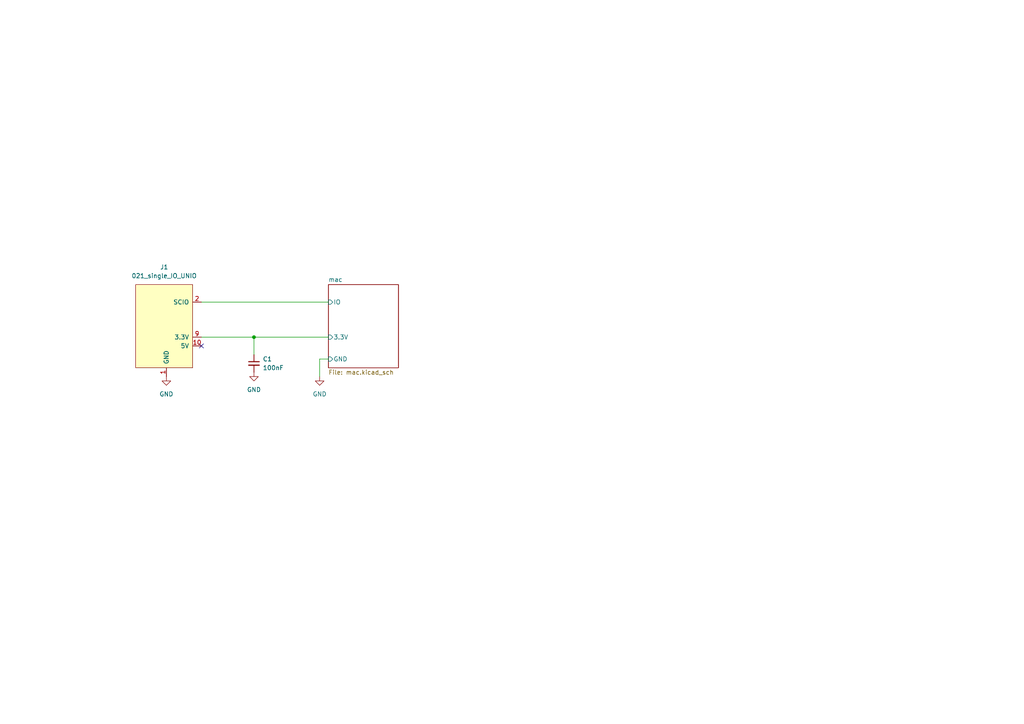
<source format=kicad_sch>
(kicad_sch (version 20211123) (generator eeschema)

  (uuid 4dc6088c-89a5-4db7-b3ae-db4b6396ad49)

  (paper "A4")

  (lib_symbols
    (symbol "Device:C_Small" (pin_numbers hide) (pin_names (offset 0.254) hide) (in_bom yes) (on_board yes)
      (property "Reference" "C" (id 0) (at 0.254 1.778 0)
        (effects (font (size 1.27 1.27)) (justify left))
      )
      (property "Value" "C_Small" (id 1) (at 0.254 -2.032 0)
        (effects (font (size 1.27 1.27)) (justify left))
      )
      (property "Footprint" "" (id 2) (at 0 0 0)
        (effects (font (size 1.27 1.27)) hide)
      )
      (property "Datasheet" "~" (id 3) (at 0 0 0)
        (effects (font (size 1.27 1.27)) hide)
      )
      (property "ki_keywords" "capacitor cap" (id 4) (at 0 0 0)
        (effects (font (size 1.27 1.27)) hide)
      )
      (property "ki_description" "Unpolarized capacitor, small symbol" (id 5) (at 0 0 0)
        (effects (font (size 1.27 1.27)) hide)
      )
      (property "ki_fp_filters" "C_*" (id 6) (at 0 0 0)
        (effects (font (size 1.27 1.27)) hide)
      )
      (symbol "C_Small_0_1"
        (polyline
          (pts
            (xy -1.524 -0.508)
            (xy 1.524 -0.508)
          )
          (stroke (width 0.3302) (type default) (color 0 0 0 0))
          (fill (type none))
        )
        (polyline
          (pts
            (xy -1.524 0.508)
            (xy 1.524 0.508)
          )
          (stroke (width 0.3048) (type default) (color 0 0 0 0))
          (fill (type none))
        )
      )
      (symbol "C_Small_1_1"
        (pin passive line (at 0 2.54 270) (length 2.032)
          (name "~" (effects (font (size 1.27 1.27))))
          (number "1" (effects (font (size 1.27 1.27))))
        )
        (pin passive line (at 0 -2.54 90) (length 2.032)
          (name "~" (effects (font (size 1.27 1.27))))
          (number "2" (effects (font (size 1.27 1.27))))
        )
      )
    )
    (symbol "power:GND" (power) (pin_names (offset 0)) (in_bom yes) (on_board yes)
      (property "Reference" "#PWR" (id 0) (at 0 -6.35 0)
        (effects (font (size 1.27 1.27)) hide)
      )
      (property "Value" "GND" (id 1) (at 0 -3.81 0)
        (effects (font (size 1.27 1.27)))
      )
      (property "Footprint" "" (id 2) (at 0 0 0)
        (effects (font (size 1.27 1.27)) hide)
      )
      (property "Datasheet" "" (id 3) (at 0 0 0)
        (effects (font (size 1.27 1.27)) hide)
      )
      (property "ki_keywords" "power-flag" (id 4) (at 0 0 0)
        (effects (font (size 1.27 1.27)) hide)
      )
      (property "ki_description" "Power symbol creates a global label with name \"GND\" , ground" (id 5) (at 0 0 0)
        (effects (font (size 1.27 1.27)) hide)
      )
      (symbol "GND_0_1"
        (polyline
          (pts
            (xy 0 0)
            (xy 0 -1.27)
            (xy 1.27 -1.27)
            (xy 0 -2.54)
            (xy -1.27 -1.27)
            (xy 0 -1.27)
          )
          (stroke (width 0) (type default) (color 0 0 0 0))
          (fill (type none))
        )
      )
      (symbol "GND_1_1"
        (pin power_in line (at 0 0 270) (length 0) hide
          (name "GND" (effects (font (size 1.27 1.27))))
          (number "1" (effects (font (size 1.27 1.27))))
        )
      )
    )
    (symbol "put_on_edge:021_single_IO_UNIO" (pin_names (offset 1.016)) (in_bom yes) (on_board yes)
      (property "Reference" "J" (id 0) (at -2.54 13.97 0)
        (effects (font (size 1.27 1.27)))
      )
      (property "Value" "021_single_IO_UNIO" (id 1) (at 8.89 13.97 0)
        (effects (font (size 1.27 1.27)))
      )
      (property "Footprint" "" (id 2) (at 7.62 16.51 0)
        (effects (font (size 1.27 1.27)) hide)
      )
      (property "Datasheet" "" (id 3) (at 7.62 16.51 0)
        (effects (font (size 1.27 1.27)) hide)
      )
      (symbol "021_single_IO_UNIO_0_1"
        (rectangle (start -8.89 12.7) (end 7.62 -11.43)
          (stroke (width 0) (type default) (color 0 0 0 0))
          (fill (type background))
        )
      )
      (symbol "021_single_IO_UNIO_1_1"
        (pin power_in line (at -1.27 -13.97 90) (length 2.54)
          (name "GND" (effects (font (size 1.27 1.27))))
          (number "1" (effects (font (size 1.27 1.27))))
        )
        (pin power_in line (at -11.43 -5.08 0) (length 2.54)
          (name "5V" (effects (font (size 1.27 1.27))))
          (number "10" (effects (font (size 1.27 1.27))))
        )
        (pin bidirectional line (at -11.43 7.62 0) (length 2.54)
          (name "SCIO" (effects (font (size 1.27 1.27))))
          (number "2" (effects (font (size 1.27 1.27))))
        )
        (pin power_in line (at -11.43 -2.54 0) (length 2.54)
          (name "3.3V" (effects (font (size 1.27 1.27))))
          (number "9" (effects (font (size 1.27 1.27))))
        )
      )
    )
  )

  (junction (at 73.66 97.79) (diameter 0) (color 0 0 0 0)
    (uuid e92c6df0-b6cb-4c63-bab9-283d1ff64be4)
  )

  (no_connect (at 58.42 100.33) (uuid 2c0791ed-b6ed-4987-80e1-d41afffe3df5))

  (wire (pts (xy 58.42 87.63) (xy 95.25 87.63))
    (stroke (width 0) (type default) (color 0 0 0 0))
    (uuid 3cd75170-855e-4832-bfcc-96783e5cc9d4)
  )
  (wire (pts (xy 92.71 104.14) (xy 95.25 104.14))
    (stroke (width 0) (type default) (color 0 0 0 0))
    (uuid b8909551-133d-49e4-9493-d5046ec66e24)
  )
  (wire (pts (xy 92.71 109.22) (xy 92.71 104.14))
    (stroke (width 0) (type default) (color 0 0 0 0))
    (uuid bdf4abfe-4cb1-4618-a724-9d73563fd5ad)
  )
  (wire (pts (xy 73.66 97.79) (xy 95.25 97.79))
    (stroke (width 0) (type default) (color 0 0 0 0))
    (uuid ca71e8a3-2154-4070-acca-2c5fb7da6753)
  )
  (wire (pts (xy 58.42 97.79) (xy 73.66 97.79))
    (stroke (width 0) (type default) (color 0 0 0 0))
    (uuid e89ec18b-4097-4592-8845-3d2f67ab724e)
  )
  (wire (pts (xy 73.66 102.87) (xy 73.66 97.79))
    (stroke (width 0) (type default) (color 0 0 0 0))
    (uuid fbddef22-cf76-4776-b38f-3e5879faed22)
  )

  (symbol (lib_id "power:GND") (at 48.26 109.22 0) (unit 1)
    (in_bom yes) (on_board yes) (fields_autoplaced)
    (uuid 0360b572-41f0-4961-997b-aba63f8c11ae)
    (property "Reference" "#PWR0101" (id 0) (at 48.26 115.57 0)
      (effects (font (size 1.27 1.27)) hide)
    )
    (property "Value" "GND" (id 1) (at 48.26 114.3 0))
    (property "Footprint" "" (id 2) (at 48.26 109.22 0)
      (effects (font (size 1.27 1.27)) hide)
    )
    (property "Datasheet" "" (id 3) (at 48.26 109.22 0)
      (effects (font (size 1.27 1.27)) hide)
    )
    (pin "1" (uuid ae52e594-362d-4f4b-93de-7a16eb361dfe))
  )

  (symbol (lib_id "power:GND") (at 73.66 107.95 0) (unit 1)
    (in_bom yes) (on_board yes) (fields_autoplaced)
    (uuid 0549e634-4477-4836-a1eb-e4641251bafe)
    (property "Reference" "#PWR0103" (id 0) (at 73.66 114.3 0)
      (effects (font (size 1.27 1.27)) hide)
    )
    (property "Value" "GND" (id 1) (at 73.66 113.03 0))
    (property "Footprint" "" (id 2) (at 73.66 107.95 0)
      (effects (font (size 1.27 1.27)) hide)
    )
    (property "Datasheet" "" (id 3) (at 73.66 107.95 0)
      (effects (font (size 1.27 1.27)) hide)
    )
    (pin "1" (uuid 5d60e500-b969-4338-9e73-bad1f698fd7d))
  )

  (symbol (lib_id "put_on_edge:021_single_IO_UNIO") (at 46.99 95.25 0) (mirror y) (unit 1)
    (in_bom yes) (on_board yes) (fields_autoplaced)
    (uuid 41ad0fc7-b163-4156-ae80-0e575916d9c7)
    (property "Reference" "J1" (id 0) (at 47.625 77.47 0))
    (property "Value" "021_single_IO_UNIO" (id 1) (at 47.625 80.01 0))
    (property "Footprint" "on_edge:on_edge_2x05_device" (id 2) (at 39.37 78.74 0)
      (effects (font (size 1.27 1.27)) hide)
    )
    (property "Datasheet" "" (id 3) (at 39.37 78.74 0)
      (effects (font (size 1.27 1.27)) hide)
    )
    (pin "1" (uuid 39f6f44b-1314-41e2-b8e2-5319cd19c2e7))
    (pin "10" (uuid ae004c13-2adb-4ad1-9b4c-e45986efd13b))
    (pin "2" (uuid 2d144057-2664-4172-a302-817dbd838e7b))
    (pin "9" (uuid 19a61b4c-6f09-41c6-88a8-495e0df84060))
  )

  (symbol (lib_id "Device:C_Small") (at 73.66 105.41 0) (unit 1)
    (in_bom yes) (on_board yes) (fields_autoplaced)
    (uuid 8ee79578-7e3a-49b2-b893-a8b807ce503b)
    (property "Reference" "C1" (id 0) (at 76.2 104.1462 0)
      (effects (font (size 1.27 1.27)) (justify left))
    )
    (property "Value" "100nF" (id 1) (at 76.2 106.6862 0)
      (effects (font (size 1.27 1.27)) (justify left))
    )
    (property "Footprint" "Capacitor_SMD:C_0603_1608Metric" (id 2) (at 73.66 105.41 0)
      (effects (font (size 1.27 1.27)) hide)
    )
    (property "Datasheet" "~" (id 3) (at 73.66 105.41 0)
      (effects (font (size 1.27 1.27)) hide)
    )
    (pin "1" (uuid 94de83b8-5ee4-4c41-9372-7eb617b53b20))
    (pin "2" (uuid 5101c291-3e70-4102-b39b-76d29e5762fd))
  )

  (symbol (lib_id "power:GND") (at 92.71 109.22 0) (unit 1)
    (in_bom yes) (on_board yes) (fields_autoplaced)
    (uuid fa2197e2-1e78-4a6c-99e8-4d65757a2793)
    (property "Reference" "#PWR0102" (id 0) (at 92.71 115.57 0)
      (effects (font (size 1.27 1.27)) hide)
    )
    (property "Value" "GND" (id 1) (at 92.71 114.3 0))
    (property "Footprint" "" (id 2) (at 92.71 109.22 0)
      (effects (font (size 1.27 1.27)) hide)
    )
    (property "Datasheet" "" (id 3) (at 92.71 109.22 0)
      (effects (font (size 1.27 1.27)) hide)
    )
    (pin "1" (uuid 6ef87a6b-43e6-469a-8f2c-83af31046031))
  )

  (sheet (at 95.25 82.55) (size 20.32 24.13) (fields_autoplaced)
    (stroke (width 0.1524) (type solid) (color 0 0 0 0))
    (fill (color 0 0 0 0.0000))
    (uuid e63fd82c-ac1a-4b5a-b264-e2fd55c97b9a)
    (property "Sheet name" "mac" (id 0) (at 95.25 81.8384 0)
      (effects (font (size 1.27 1.27)) (justify left bottom))
    )
    (property "Sheet file" "mac.kicad_sch" (id 1) (at 95.25 107.2646 0)
      (effects (font (size 1.27 1.27)) (justify left top))
    )
    (pin "GND" input (at 95.25 104.14 180)
      (effects (font (size 1.27 1.27)) (justify left))
      (uuid 0b358024-d7f7-4a7a-96a4-37946605001f)
    )
    (pin "3.3V" input (at 95.25 97.79 180)
      (effects (font (size 1.27 1.27)) (justify left))
      (uuid 5044b4c3-6119-417e-b245-13e969df740f)
    )
    (pin "IO" input (at 95.25 87.63 180)
      (effects (font (size 1.27 1.27)) (justify left))
      (uuid 8adcb207-0489-4045-b3fb-744bd791ac59)
    )
  )

  (sheet_instances
    (path "/" (page "1"))
    (path "/e63fd82c-ac1a-4b5a-b264-e2fd55c97b9a" (page "2"))
  )

  (symbol_instances
    (path "/0360b572-41f0-4961-997b-aba63f8c11ae"
      (reference "#PWR0101") (unit 1) (value "GND") (footprint "")
    )
    (path "/fa2197e2-1e78-4a6c-99e8-4d65757a2793"
      (reference "#PWR0102") (unit 1) (value "GND") (footprint "")
    )
    (path "/0549e634-4477-4836-a1eb-e4641251bafe"
      (reference "#PWR0103") (unit 1) (value "GND") (footprint "")
    )
    (path "/8ee79578-7e3a-49b2-b893-a8b807ce503b"
      (reference "C1") (unit 1) (value "100nF") (footprint "Capacitor_SMD:C_0603_1608Metric")
    )
    (path "/41ad0fc7-b163-4156-ae80-0e575916d9c7"
      (reference "J1") (unit 1) (value "021_single_IO_UNIO") (footprint "on_edge:on_edge_2x05_device")
    )
    (path "/e63fd82c-ac1a-4b5a-b264-e2fd55c97b9a/cb2ba9a4-f213-49d9-ba66-a6034b621a6f"
      (reference "U1") (unit 1) (value "11AA02E48") (footprint "Package_TO_SOT_SMD:SOT-23")
    )
  )
)

</source>
